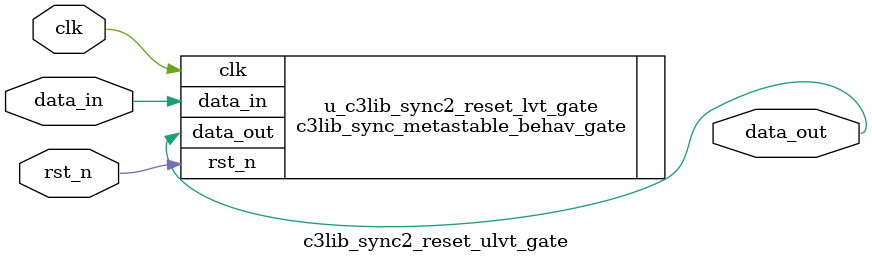
<source format=sv>

module c3lib_sync2_reset_ulvt_gate( 

  clk, 
  rst_n, 
  data_in,
  data_out

  ); 

input		clk; 
input		rst_n; 
input		data_in;
output		data_out;

  c3lib_sync_metastable_behav_gate #(

    .RESET_VAL	( 0 ),
    .SYNC_STAGES( 2 )

  ) u_c3lib_sync2_reset_lvt_gate ( 

    .clk	( clk      ),
    .rst_n	( rst_n    ),
    .data_in	( data_in  ),
    .data_out	( data_out )

  );

endmodule 


</source>
